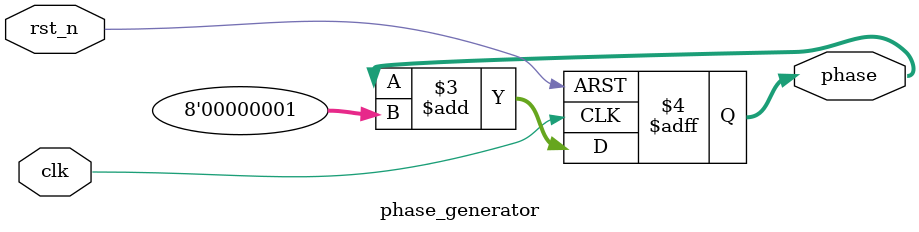
<source format=v>
module phase_generator (
    input  wire clk,
    input  wire rst_n,
    output reg [7:0] phase
);

    always @(posedge clk or negedge rst_n) begin
        if (!rst_n)
            phase <= 8'd0;
        else
            phase <= phase + 8'd1;  // Tăng dần để tạo sóng liên tục
    end

endmodule
</source>
